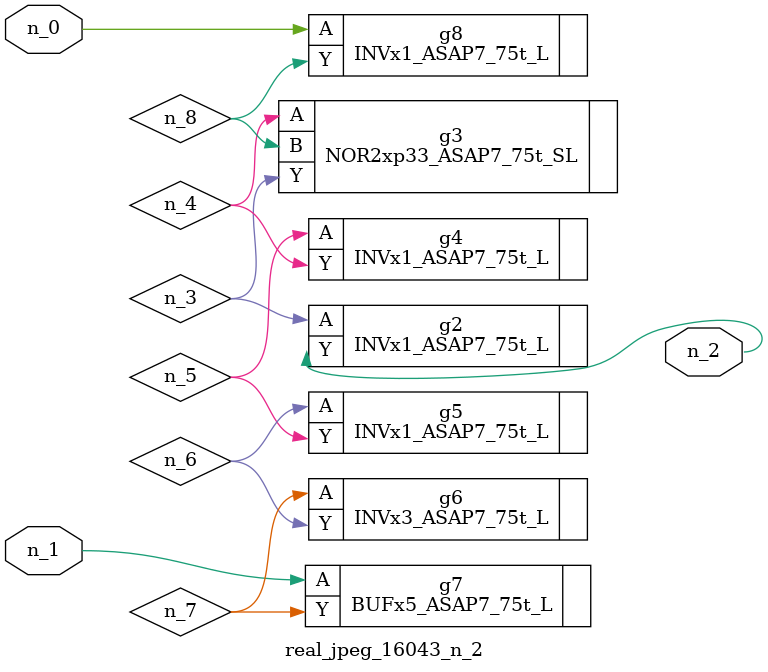
<source format=v>
module real_jpeg_16043_n_2 (n_1, n_0, n_2);

input n_1;
input n_0;

output n_2;

wire n_5;
wire n_8;
wire n_4;
wire n_6;
wire n_7;
wire n_3;

INVx1_ASAP7_75t_L g8 ( 
.A(n_0),
.Y(n_8)
);

BUFx5_ASAP7_75t_L g7 ( 
.A(n_1),
.Y(n_7)
);

INVx1_ASAP7_75t_L g2 ( 
.A(n_3),
.Y(n_2)
);

NOR2xp33_ASAP7_75t_SL g3 ( 
.A(n_4),
.B(n_8),
.Y(n_3)
);

INVx1_ASAP7_75t_L g4 ( 
.A(n_5),
.Y(n_4)
);

INVx1_ASAP7_75t_L g5 ( 
.A(n_6),
.Y(n_5)
);

INVx3_ASAP7_75t_L g6 ( 
.A(n_7),
.Y(n_6)
);


endmodule
</source>
